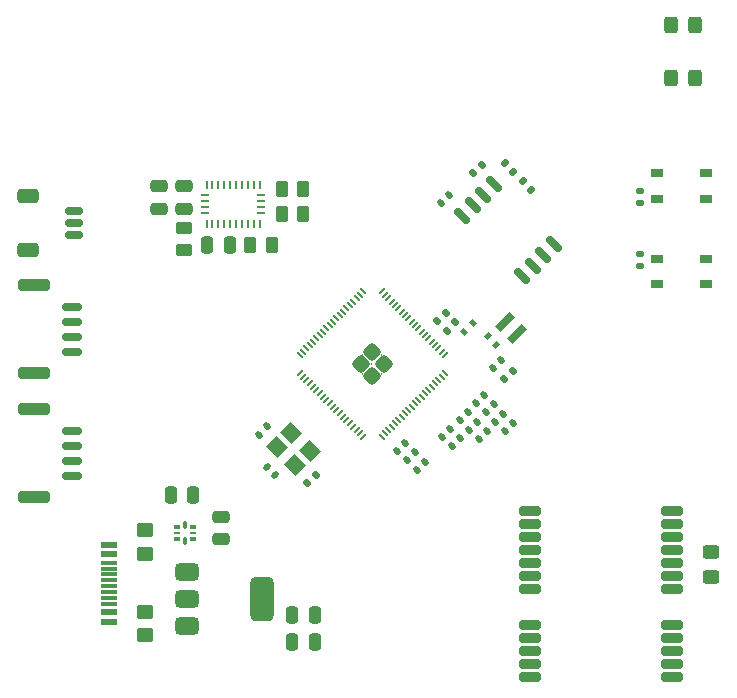
<source format=gbr>
G04 #@! TF.GenerationSoftware,KiCad,Pcbnew,8.0.4*
G04 #@! TF.CreationDate,2024-08-14T20:28:55-04:00*
G04 #@! TF.ProjectId,RP2350_80QFN_minimal,52503233-3530-45f3-9830-51464e5f6d69,REV3*
G04 #@! TF.SameCoordinates,Original*
G04 #@! TF.FileFunction,Paste,Top*
G04 #@! TF.FilePolarity,Positive*
%FSLAX46Y46*%
G04 Gerber Fmt 4.6, Leading zero omitted, Abs format (unit mm)*
G04 Created by KiCad (PCBNEW 8.0.4) date 2024-08-14 20:28:55*
%MOMM*%
%LPD*%
G01*
G04 APERTURE LIST*
G04 Aperture macros list*
%AMRoundRect*
0 Rectangle with rounded corners*
0 $1 Rounding radius*
0 $2 $3 $4 $5 $6 $7 $8 $9 X,Y pos of 4 corners*
0 Add a 4 corners polygon primitive as box body*
4,1,4,$2,$3,$4,$5,$6,$7,$8,$9,$2,$3,0*
0 Add four circle primitives for the rounded corners*
1,1,$1+$1,$2,$3*
1,1,$1+$1,$4,$5*
1,1,$1+$1,$6,$7*
1,1,$1+$1,$8,$9*
0 Add four rect primitives between the rounded corners*
20,1,$1+$1,$2,$3,$4,$5,0*
20,1,$1+$1,$4,$5,$6,$7,0*
20,1,$1+$1,$6,$7,$8,$9,0*
20,1,$1+$1,$8,$9,$2,$3,0*%
%AMRotRect*
0 Rectangle, with rotation*
0 The origin of the aperture is its center*
0 $1 length*
0 $2 width*
0 $3 Rotation angle, in degrees counterclockwise*
0 Add horizontal line*
21,1,$1,$2,0,0,$3*%
G04 Aperture macros list end*
%ADD10RoundRect,0.037500X-0.112500X-0.262500X0.112500X-0.262500X0.112500X0.262500X-0.112500X0.262500X0*%
%ADD11RoundRect,0.031250X-0.243750X-0.093750X0.243750X-0.093750X0.243750X0.093750X-0.243750X0.093750X0*%
%ADD12RoundRect,0.025000X-0.250000X-0.075000X0.250000X-0.075000X0.250000X0.075000X-0.250000X0.075000X0*%
%ADD13RoundRect,0.150000X-0.700000X0.150000X-0.700000X-0.150000X0.700000X-0.150000X0.700000X0.150000X0*%
%ADD14RoundRect,0.250000X-1.100000X0.250000X-1.100000X-0.250000X1.100000X-0.250000X1.100000X0.250000X0*%
%ADD15RoundRect,0.250000X0.450000X-0.325000X0.450000X0.325000X-0.450000X0.325000X-0.450000X-0.325000X0*%
%ADD16RoundRect,0.250000X0.325000X0.450000X-0.325000X0.450000X-0.325000X-0.450000X0.325000X-0.450000X0*%
%ADD17RoundRect,0.250000X-0.475000X0.250000X-0.475000X-0.250000X0.475000X-0.250000X0.475000X0.250000X0*%
%ADD18RotRect,1.400000X1.200000X315.000000*%
%ADD19R,0.254000X0.675000*%
%ADD20R,0.675000X0.254000*%
%ADD21RoundRect,0.200000X-0.700000X-0.200000X0.700000X-0.200000X0.700000X0.200000X-0.700000X0.200000X0*%
%ADD22RoundRect,0.150000X-0.565685X0.353553X0.353553X-0.565685X0.565685X-0.353553X-0.353553X0.565685X0*%
%ADD23RoundRect,0.375000X-0.625000X-0.375000X0.625000X-0.375000X0.625000X0.375000X-0.625000X0.375000X0*%
%ADD24RoundRect,0.500000X-0.500000X-1.400000X0.500000X-1.400000X0.500000X1.400000X-0.500000X1.400000X0*%
%ADD25RotRect,0.133333X0.133333X315.000000*%
%ADD26RoundRect,0.055000X-0.275772X-0.197990X-0.197990X-0.275772X0.275772X0.197990X0.197990X0.275772X0*%
%ADD27RoundRect,0.055000X0.197990X-0.275772X0.275772X-0.197990X-0.197990X0.275772X-0.275772X0.197990X0*%
%ADD28RoundRect,0.250000X-0.494975X0.000000X0.000000X-0.494975X0.494975X0.000000X0.000000X0.494975X0*%
%ADD29R,1.050000X0.650000*%
%ADD30RoundRect,0.250000X0.262500X0.450000X-0.262500X0.450000X-0.262500X-0.450000X0.262500X-0.450000X0*%
%ADD31RoundRect,0.250000X-0.262500X-0.450000X0.262500X-0.450000X0.262500X0.450000X-0.262500X0.450000X0*%
%ADD32RoundRect,0.250000X0.450000X-0.350000X0.450000X0.350000X-0.450000X0.350000X-0.450000X-0.350000X0*%
%ADD33RoundRect,0.250000X-0.450000X0.262500X-0.450000X-0.262500X0.450000X-0.262500X0.450000X0.262500X0*%
%ADD34RoundRect,0.135000X0.226274X0.035355X0.035355X0.226274X-0.226274X-0.035355X-0.035355X-0.226274X0*%
%ADD35RoundRect,0.135000X-0.035355X0.226274X-0.226274X0.035355X0.035355X-0.226274X0.226274X-0.035355X0*%
%ADD36RoundRect,0.135000X0.185000X-0.135000X0.185000X0.135000X-0.185000X0.135000X-0.185000X-0.135000X0*%
%ADD37RoundRect,0.250000X-0.450000X0.350000X-0.450000X-0.350000X0.450000X-0.350000X0.450000X0.350000X0*%
%ADD38RoundRect,0.135000X0.035355X-0.226274X0.226274X-0.035355X-0.035355X0.226274X-0.226274X0.035355X0*%
%ADD39RotRect,0.700000X1.700000X315.000000*%
%ADD40RoundRect,0.150000X-0.625000X0.150000X-0.625000X-0.150000X0.625000X-0.150000X0.625000X0.150000X0*%
%ADD41RoundRect,0.250000X-0.650000X0.350000X-0.650000X-0.350000X0.650000X-0.350000X0.650000X0.350000X0*%
%ADD42R,1.450000X0.600000*%
%ADD43R,1.450000X0.300000*%
%ADD44RoundRect,0.250000X0.475000X-0.250000X0.475000X0.250000X-0.475000X0.250000X-0.475000X-0.250000X0*%
%ADD45RoundRect,0.250000X0.250000X0.475000X-0.250000X0.475000X-0.250000X-0.475000X0.250000X-0.475000X0*%
%ADD46RoundRect,0.140000X0.021213X-0.219203X0.219203X-0.021213X-0.021213X0.219203X-0.219203X0.021213X0*%
%ADD47RoundRect,0.250000X-0.250000X-0.475000X0.250000X-0.475000X0.250000X0.475000X-0.250000X0.475000X0*%
%ADD48RotRect,0.470000X0.530000X315.000000*%
%ADD49RotRect,0.470000X0.530000X45.000000*%
%ADD50RoundRect,0.140000X-0.219203X-0.021213X-0.021213X-0.219203X0.219203X0.021213X0.021213X0.219203X0*%
%ADD51RoundRect,0.140000X-0.021213X0.219203X-0.219203X0.021213X0.021213X-0.219203X0.219203X-0.021213X0*%
G04 APERTURE END LIST*
D10*
X133600000Y-103240000D03*
X133600000Y-101940000D03*
D11*
X132925000Y-102090000D03*
D12*
X132925000Y-102590000D03*
D11*
X132925000Y-103090000D03*
X134275000Y-103090000D03*
D12*
X134275000Y-102590000D03*
D11*
X134275000Y-102090000D03*
D13*
X124040000Y-93965000D03*
X124040000Y-95215000D03*
X124040000Y-96465000D03*
X124040000Y-97715000D03*
D14*
X120840000Y-92115000D03*
X120840000Y-99565000D03*
D13*
X124040000Y-83465000D03*
X124040000Y-84715000D03*
X124040000Y-85965000D03*
X124040000Y-87215000D03*
D14*
X120840000Y-81615000D03*
X120840000Y-89065000D03*
D15*
X178140000Y-106265000D03*
X178140000Y-104215000D03*
D16*
X174715000Y-59540000D03*
X176765000Y-59540000D03*
X176765000Y-64040000D03*
X174715000Y-64040000D03*
D17*
X136640000Y-101190000D03*
X136640000Y-103090000D03*
D18*
X142586446Y-94082284D03*
X144142081Y-95637919D03*
X142940000Y-96840000D03*
X141384365Y-95284365D03*
D19*
X135412500Y-73075000D03*
D20*
X135275000Y-73987500D03*
X135275000Y-74487500D03*
X135275000Y-74987500D03*
X135275000Y-75487500D03*
D19*
X135412500Y-76400000D03*
X135912500Y-76400000D03*
X136412500Y-76400000D03*
X136912500Y-76400000D03*
X137412500Y-76400000D03*
X137912500Y-76400000D03*
X138412500Y-76400000D03*
X138912500Y-76400000D03*
X139412500Y-76400000D03*
X139912500Y-76400000D03*
D20*
X140050000Y-75487500D03*
X140050000Y-74987500D03*
X140050000Y-74487500D03*
X140050000Y-73987500D03*
D19*
X139912500Y-73075000D03*
X139412500Y-73075000D03*
X138912500Y-73075000D03*
X138412500Y-73075000D03*
X137912500Y-73075000D03*
X137412500Y-73075000D03*
X136912500Y-73075000D03*
X136412500Y-73075000D03*
X135912500Y-73075000D03*
D21*
X162840000Y-100740000D03*
X162840000Y-101840000D03*
X162840000Y-102940000D03*
X162840000Y-104040000D03*
X162840000Y-105140000D03*
X162840000Y-106240000D03*
X162840000Y-107340000D03*
X162840000Y-110340000D03*
X162840000Y-111440000D03*
X162840000Y-112540000D03*
X162840000Y-113640000D03*
X162840000Y-114740000D03*
X174840000Y-114740000D03*
X174840000Y-113640000D03*
X174840000Y-112540000D03*
X174840000Y-111440000D03*
X174840000Y-110340000D03*
X174840000Y-107340000D03*
X174840000Y-106240000D03*
X174840000Y-105140000D03*
X174840000Y-104040000D03*
X174840000Y-102940000D03*
X174840000Y-101840000D03*
X174840000Y-100740000D03*
D22*
X159741454Y-73047377D03*
X158843428Y-73945403D03*
X157945403Y-74843428D03*
X157047377Y-75741454D03*
X162138546Y-80832623D03*
X163036572Y-79934597D03*
X163934597Y-79036572D03*
X164832623Y-78138546D03*
D23*
X133790000Y-105840000D03*
X133790000Y-108140000D03*
D24*
X140090000Y-108140000D03*
D23*
X133790000Y-110440000D03*
D25*
X149454859Y-89882331D03*
X150256246Y-89080943D03*
X151057634Y-88279556D03*
X148653472Y-89080943D03*
X149454859Y-88279556D03*
X150256246Y-87478169D03*
X147852084Y-88279556D03*
X148653472Y-87478169D03*
X149454859Y-86676781D03*
D26*
X150230202Y-82130202D03*
X150513044Y-82413045D03*
X150795887Y-82695887D03*
X151078730Y-82978730D03*
X151361572Y-83261573D03*
X151644415Y-83544415D03*
X151927258Y-83827258D03*
X152210101Y-84110101D03*
X152492943Y-84392944D03*
X152775786Y-84675786D03*
X153058629Y-84958629D03*
X153341471Y-85241472D03*
X153624314Y-85524314D03*
X153907157Y-85807157D03*
X154190000Y-86090000D03*
X154472842Y-86372843D03*
X154755685Y-86655685D03*
X155038528Y-86938528D03*
X155321370Y-87221371D03*
X155604213Y-87504213D03*
D27*
X155604213Y-89054899D03*
X155321370Y-89337741D03*
X155038528Y-89620584D03*
X154755685Y-89903427D03*
X154472842Y-90186269D03*
X154190000Y-90469112D03*
X153907157Y-90751955D03*
X153624314Y-91034798D03*
X153341471Y-91317640D03*
X153058629Y-91600483D03*
X152775786Y-91883326D03*
X152492943Y-92166168D03*
X152210101Y-92449011D03*
X151927258Y-92731854D03*
X151644415Y-93014697D03*
X151361572Y-93297539D03*
X151078730Y-93580382D03*
X150795887Y-93863225D03*
X150513044Y-94146067D03*
X150230202Y-94428910D03*
D26*
X148679516Y-94428910D03*
X148396674Y-94146067D03*
X148113831Y-93863225D03*
X147830988Y-93580382D03*
X147548146Y-93297539D03*
X147265303Y-93014697D03*
X146982460Y-92731854D03*
X146699617Y-92449011D03*
X146416775Y-92166168D03*
X146133932Y-91883326D03*
X145851089Y-91600483D03*
X145568247Y-91317640D03*
X145285404Y-91034798D03*
X145002561Y-90751955D03*
X144719718Y-90469112D03*
X144436876Y-90186269D03*
X144154033Y-89903427D03*
X143871190Y-89620584D03*
X143588348Y-89337741D03*
X143305505Y-89054899D03*
D27*
X143305505Y-87504213D03*
X143588348Y-87221371D03*
X143871190Y-86938528D03*
X144154033Y-86655685D03*
X144436876Y-86372843D03*
X144719718Y-86090000D03*
X145002561Y-85807157D03*
X145285404Y-85524314D03*
X145568247Y-85241472D03*
X145851089Y-84958629D03*
X146133932Y-84675786D03*
X146416775Y-84392944D03*
X146699617Y-84110101D03*
X146982460Y-83827258D03*
X147265303Y-83544415D03*
X147548146Y-83261573D03*
X147830988Y-82978730D03*
X148113831Y-82695887D03*
X148396674Y-82413045D03*
X148679516Y-82130202D03*
D28*
X149454859Y-89269505D03*
X150444808Y-88279556D03*
X148464910Y-88279556D03*
X149454859Y-87289607D03*
D29*
X177715000Y-74265000D03*
X173565000Y-74265000D03*
X177715000Y-72115000D03*
X173590000Y-72115000D03*
X173590000Y-79365000D03*
X177715000Y-79365000D03*
X173565000Y-81515000D03*
X177715000Y-81515000D03*
D30*
X140925000Y-78187500D03*
X139100000Y-78187500D03*
D31*
X141800000Y-75587500D03*
X143625000Y-75587500D03*
X141800000Y-73487500D03*
X143625000Y-73487500D03*
D32*
X130240000Y-111240000D03*
X130240000Y-109240000D03*
D33*
X133512500Y-76775000D03*
X133512500Y-78600000D03*
D34*
X161400624Y-72000624D03*
X160679376Y-71279376D03*
X162900624Y-73500624D03*
X162179376Y-72779376D03*
D35*
X156460624Y-84739376D03*
X155739376Y-85460624D03*
X155660624Y-83939376D03*
X154939376Y-84660624D03*
D36*
X172140000Y-78980001D03*
X172140000Y-79999999D03*
D37*
X130240000Y-102340000D03*
X130240000Y-104340000D03*
D36*
X172140000Y-74600000D03*
X172140000Y-73580000D03*
D35*
X161360624Y-88839376D03*
X160639376Y-89560624D03*
X143939376Y-98360624D03*
X144660624Y-97639376D03*
D38*
X157979376Y-72100624D03*
X158700624Y-71379376D03*
D39*
X160705025Y-84705025D03*
X161694975Y-85694975D03*
D40*
X124190000Y-75340000D03*
X124190000Y-76340000D03*
X124190000Y-77340000D03*
D41*
X120315000Y-74040000D03*
X120315000Y-78640000D03*
D42*
X127175000Y-103590000D03*
X127175000Y-104390000D03*
D43*
X127175000Y-105590000D03*
X127175000Y-106590000D03*
X127175000Y-107090000D03*
X127175000Y-108090000D03*
D42*
X127175000Y-109290000D03*
X127175000Y-110090000D03*
X127175000Y-110090000D03*
X127175000Y-109290000D03*
D43*
X127175000Y-108590000D03*
X127175000Y-107590000D03*
X127175000Y-106090000D03*
X127175000Y-105090000D03*
D42*
X127175000Y-104390000D03*
X127175000Y-103590000D03*
D44*
X131412500Y-75137500D03*
X131412500Y-73237500D03*
X133512500Y-75137500D03*
X133512500Y-73237500D03*
D45*
X137362500Y-78187500D03*
X135462500Y-78187500D03*
D46*
X155360589Y-94439411D03*
X156039411Y-93760589D03*
X158460589Y-94639411D03*
X159139411Y-93960589D03*
D47*
X142690000Y-111840000D03*
X144590000Y-111840000D03*
D46*
X157660589Y-93839411D03*
X158339411Y-93160589D03*
X156860589Y-93039411D03*
X157539411Y-92360589D03*
X160660589Y-93939411D03*
X161339411Y-93260589D03*
X156160589Y-95239411D03*
X156839411Y-94560589D03*
X159860589Y-93139411D03*
X160539411Y-92460589D03*
X159060589Y-92339411D03*
X159739411Y-91660589D03*
X158260589Y-91539411D03*
X158939411Y-90860589D03*
X153260589Y-97239411D03*
X153939411Y-96560589D03*
X152360589Y-96439411D03*
X153039411Y-95760589D03*
X159660589Y-88639411D03*
X160339411Y-87960589D03*
X151520589Y-95599411D03*
X152199411Y-94920589D03*
D48*
X159235840Y-85935840D03*
X159964160Y-86664160D03*
D49*
X157235840Y-85564160D03*
X157964160Y-84835840D03*
D47*
X142690000Y-109540000D03*
X144590000Y-109540000D03*
D50*
X140560589Y-96960589D03*
X141239411Y-97639411D03*
D51*
X139860589Y-94239411D03*
X140539411Y-93560589D03*
D46*
X155261178Y-74679411D03*
X155940000Y-74000589D03*
D47*
X132390000Y-99340000D03*
X134290000Y-99340000D03*
M02*

</source>
